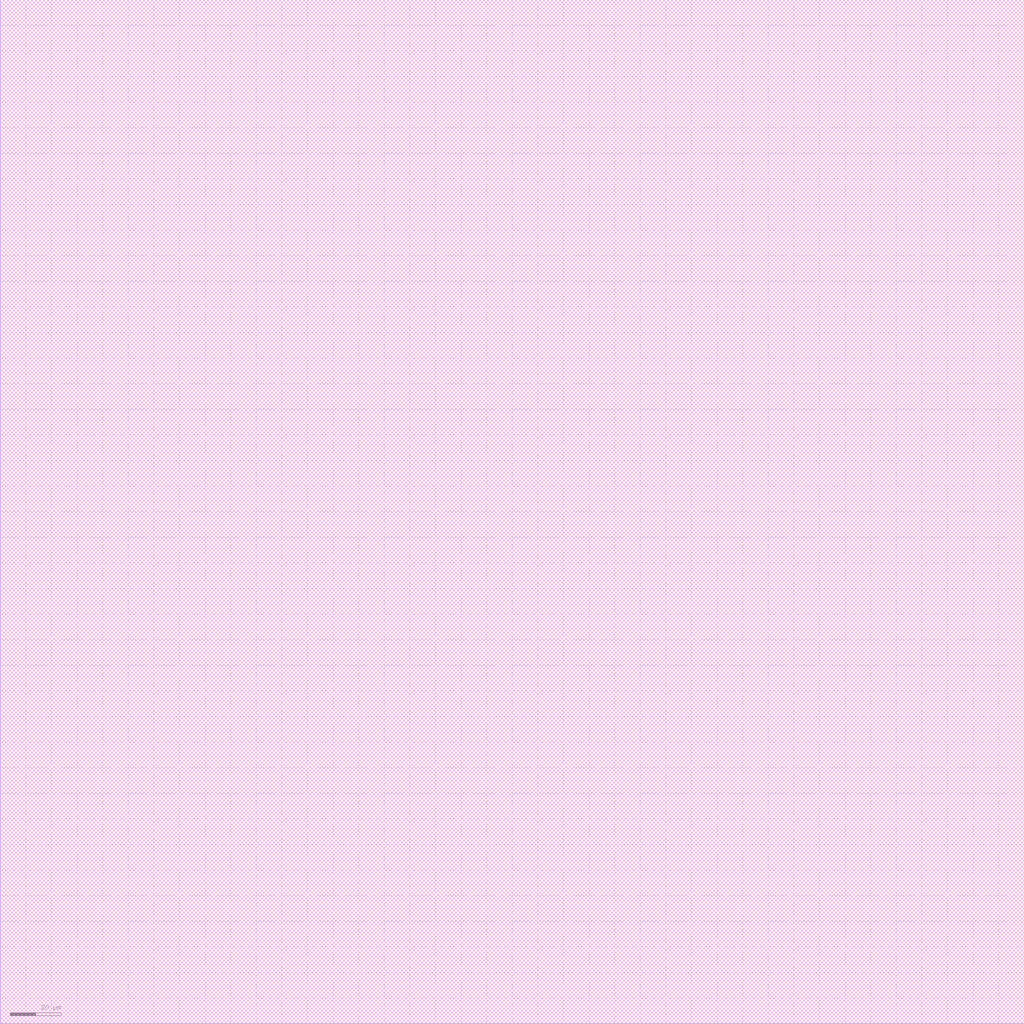
<source format=lef>
VERSION 5.7 ;
  NOWIREEXTENSIONATPIN ON ;
  DIVIDERCHAR "/" ;
  BUSBITCHARS "[]" ;
MACRO gf180mcu_ws_ip__logo
  CLASS BLOCK ;
  FOREIGN gf180mcu_ws_ip__logo ;
  ORIGIN 0.000 0.000 ;
  SIZE 400 BY 400 ;
  OBS
      LAYER Metal5 ;
        RECT 0.0 0.0 400 400 ;
  END
END gf180mcu_ws_ip__logo
END LIBRARY


</source>
